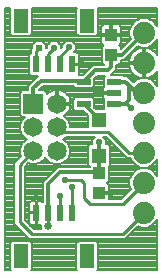
<source format=gtl>
G75*
%MOIN*%
%OFA0B0*%
%FSLAX25Y25*%
%IPPOS*%
%LPD*%
%AMOC8*
5,1,8,0,0,1.08239X$1,22.5*
%
%ADD10R,0.03937X0.04331*%
%ADD11R,0.04724X0.07874*%
%ADD12R,0.02362X0.05315*%
%ADD13R,0.06500X0.06500*%
%ADD14C,0.06500*%
%ADD15R,0.05118X0.05118*%
%ADD16R,0.04724X0.02165*%
%ADD17C,0.07400*%
%ADD18C,0.02200*%
%ADD19C,0.01000*%
%ADD20C,0.00800*%
%ADD21C,0.02378*%
%ADD22C,0.01200*%
%ADD23C,0.02500*%
D10*
X0212843Y0081654D03*
X0212843Y0088346D03*
X0216843Y0127654D03*
X0216843Y0134346D03*
D11*
X0208867Y0138937D03*
X0186820Y0138937D03*
X0186820Y0060531D03*
X0208867Y0060531D03*
D12*
X0203749Y0075000D03*
X0199812Y0075000D03*
X0195875Y0075000D03*
X0191938Y0075000D03*
X0191938Y0124469D03*
X0195875Y0124469D03*
X0199812Y0124469D03*
X0203749Y0124469D03*
D13*
X0190906Y0111374D03*
D14*
X0198780Y0111374D03*
X0198780Y0103500D03*
X0190906Y0103500D03*
X0190906Y0095626D03*
X0198780Y0095626D03*
D15*
X0212843Y0094094D03*
X0212843Y0105906D03*
D16*
X0207725Y0111260D03*
X0217962Y0111260D03*
X0217962Y0115000D03*
X0217962Y0118740D03*
X0207725Y0118740D03*
D17*
X0227843Y0115000D03*
X0227843Y0105000D03*
X0227843Y0095000D03*
X0227843Y0085000D03*
X0227843Y0075000D03*
X0227843Y0125000D03*
X0227843Y0135000D03*
D18*
X0202843Y0130126D03*
X0197843Y0130000D03*
X0211843Y0115000D03*
X0223343Y0110000D03*
X0212843Y0098500D03*
X0201343Y0086000D03*
X0203843Y0083500D03*
X0199843Y0080500D03*
X0191843Y0081500D03*
X0216843Y0081500D03*
D19*
X0209843Y0078000D02*
X0207843Y0080000D01*
X0207843Y0085000D01*
X0206843Y0086000D01*
X0201343Y0086000D01*
X0203843Y0083500D02*
X0203749Y0083406D01*
X0203749Y0075000D01*
X0199812Y0075000D02*
X0199812Y0080469D01*
X0199843Y0080500D01*
X0209843Y0078000D02*
X0220843Y0078000D01*
X0227843Y0085000D01*
X0212843Y0088346D02*
X0212690Y0088500D01*
X0222843Y0095000D02*
X0215843Y0102000D01*
X0200280Y0102000D01*
X0198780Y0103500D01*
X0207725Y0111260D02*
X0212843Y0106141D01*
X0212843Y0105906D01*
X0221583Y0111260D02*
X0222083Y0111260D01*
X0217962Y0115000D02*
X0211843Y0115000D01*
X0207725Y0118740D02*
X0207465Y0119000D01*
X0206843Y0124500D02*
X0203780Y0124500D01*
X0203749Y0124469D01*
X0199812Y0124469D02*
X0199812Y0127094D01*
X0202843Y0130126D01*
X0197843Y0130000D02*
X0195875Y0128031D01*
X0195875Y0124469D01*
X0191938Y0124469D02*
X0191938Y0129094D01*
X0192843Y0130000D01*
X0190906Y0095626D02*
X0186343Y0091063D01*
X0186343Y0072000D01*
X0190343Y0068000D01*
X0220843Y0068000D01*
X0227843Y0075000D01*
X0195875Y0075000D02*
X0195843Y0074969D01*
X0195843Y0070500D01*
X0222843Y0095000D02*
X0227843Y0095000D01*
D20*
X0181522Y0055899D02*
X0181522Y0143400D01*
X0183286Y0143400D01*
X0183257Y0143371D01*
X0183257Y0134503D01*
X0183960Y0133800D01*
X0189679Y0133800D01*
X0190382Y0134503D01*
X0190382Y0143371D01*
X0190353Y0143400D01*
X0205334Y0143400D01*
X0205305Y0143371D01*
X0205305Y0134503D01*
X0206008Y0133800D01*
X0211726Y0133800D01*
X0212429Y0134503D01*
X0212429Y0143371D01*
X0212400Y0143400D01*
X0232243Y0143400D01*
X0232243Y0137182D01*
X0231997Y0137776D01*
X0230619Y0139154D01*
X0228818Y0139900D01*
X0226869Y0139900D01*
X0225068Y0139154D01*
X0223689Y0137776D01*
X0222943Y0135975D01*
X0222943Y0134025D01*
X0223347Y0133050D01*
X0220012Y0129714D01*
X0220012Y0130316D01*
X0219415Y0130913D01*
X0219671Y0131061D01*
X0219932Y0131321D01*
X0220116Y0131641D01*
X0220212Y0131997D01*
X0220212Y0133946D01*
X0217243Y0133946D01*
X0217243Y0134746D01*
X0220212Y0134746D01*
X0220212Y0136696D01*
X0220116Y0137052D01*
X0219932Y0137371D01*
X0219671Y0137632D01*
X0219352Y0137816D01*
X0218996Y0137912D01*
X0217243Y0137912D01*
X0217243Y0134746D01*
X0216443Y0134746D01*
X0216443Y0133946D01*
X0213475Y0133946D01*
X0213475Y0131997D01*
X0213570Y0131641D01*
X0213755Y0131321D01*
X0214015Y0131061D01*
X0214272Y0130913D01*
X0213675Y0130316D01*
X0213675Y0124991D01*
X0214366Y0124300D01*
X0210739Y0124300D01*
X0209685Y0123246D01*
X0207462Y0121023D01*
X0206091Y0121023D01*
X0206234Y0121271D01*
X0206330Y0121627D01*
X0206330Y0124278D01*
X0203939Y0124278D01*
X0203939Y0124659D01*
X0206330Y0124659D01*
X0206330Y0127310D01*
X0206234Y0127666D01*
X0206050Y0127986D01*
X0205790Y0128246D01*
X0205470Y0128431D01*
X0205114Y0128526D01*
X0204496Y0128526D01*
X0205143Y0129173D01*
X0205143Y0131079D01*
X0203796Y0132426D01*
X0201891Y0132426D01*
X0200543Y0131079D01*
X0200543Y0130230D01*
X0200143Y0129830D01*
X0200143Y0130953D01*
X0198796Y0132300D01*
X0196891Y0132300D01*
X0195543Y0130953D01*
X0195543Y0130104D01*
X0195232Y0129793D01*
X0195232Y0130990D01*
X0193833Y0132389D01*
X0191854Y0132389D01*
X0190454Y0130990D01*
X0190454Y0130015D01*
X0190238Y0129799D01*
X0190238Y0128304D01*
X0189557Y0127623D01*
X0189557Y0121314D01*
X0190260Y0120611D01*
X0192409Y0120611D01*
X0191543Y0119746D01*
X0189106Y0117309D01*
X0189106Y0115824D01*
X0187159Y0115824D01*
X0186456Y0115121D01*
X0186456Y0107627D01*
X0187159Y0106924D01*
X0188037Y0106924D01*
X0187134Y0106021D01*
X0186456Y0104385D01*
X0186456Y0102615D01*
X0187134Y0100979D01*
X0188386Y0099727D01*
X0188783Y0099563D01*
X0188386Y0099398D01*
X0187134Y0098147D01*
X0186456Y0096511D01*
X0186456Y0094741D01*
X0186796Y0093920D01*
X0185639Y0092763D01*
X0184643Y0091767D01*
X0184643Y0071296D01*
X0185639Y0070300D01*
X0185639Y0070300D01*
X0189639Y0066300D01*
X0221547Y0066300D01*
X0222543Y0067296D01*
X0225793Y0070546D01*
X0226869Y0070100D01*
X0228818Y0070100D01*
X0230619Y0070846D01*
X0231997Y0072224D01*
X0232243Y0072818D01*
X0232243Y0055899D01*
X0212231Y0055899D01*
X0212429Y0056097D01*
X0212429Y0064966D01*
X0211726Y0065668D01*
X0206008Y0065668D01*
X0205305Y0064966D01*
X0205305Y0056097D01*
X0205503Y0055899D01*
X0190184Y0055899D01*
X0190382Y0056097D01*
X0190382Y0064966D01*
X0189679Y0065668D01*
X0183960Y0065668D01*
X0183257Y0064966D01*
X0183257Y0056097D01*
X0183456Y0055899D01*
X0181522Y0055899D01*
X0181522Y0056388D02*
X0183257Y0056388D01*
X0183257Y0057187D02*
X0181522Y0057187D01*
X0181522Y0057985D02*
X0183257Y0057985D01*
X0183257Y0058784D02*
X0181522Y0058784D01*
X0181522Y0059582D02*
X0183257Y0059582D01*
X0183257Y0060381D02*
X0181522Y0060381D01*
X0181522Y0061179D02*
X0183257Y0061179D01*
X0183257Y0061978D02*
X0181522Y0061978D01*
X0181522Y0062776D02*
X0183257Y0062776D01*
X0183257Y0063575D02*
X0181522Y0063575D01*
X0181522Y0064373D02*
X0183257Y0064373D01*
X0183464Y0065172D02*
X0181522Y0065172D01*
X0181522Y0065970D02*
X0232243Y0065970D01*
X0232243Y0065172D02*
X0212223Y0065172D01*
X0212429Y0064373D02*
X0232243Y0064373D01*
X0232243Y0063575D02*
X0212429Y0063575D01*
X0212429Y0062776D02*
X0232243Y0062776D01*
X0232243Y0061978D02*
X0212429Y0061978D01*
X0212429Y0061179D02*
X0232243Y0061179D01*
X0232243Y0060381D02*
X0212429Y0060381D01*
X0212429Y0059582D02*
X0232243Y0059582D01*
X0232243Y0058784D02*
X0212429Y0058784D01*
X0212429Y0057985D02*
X0232243Y0057985D01*
X0232243Y0057187D02*
X0212429Y0057187D01*
X0212429Y0056388D02*
X0232243Y0056388D01*
X0205305Y0056388D02*
X0190382Y0056388D01*
X0190382Y0057187D02*
X0205305Y0057187D01*
X0205305Y0057985D02*
X0190382Y0057985D01*
X0190382Y0058784D02*
X0205305Y0058784D01*
X0205305Y0059582D02*
X0190382Y0059582D01*
X0190382Y0060381D02*
X0205305Y0060381D01*
X0205305Y0061179D02*
X0190382Y0061179D01*
X0190382Y0061978D02*
X0205305Y0061978D01*
X0205305Y0062776D02*
X0190382Y0062776D01*
X0190382Y0063575D02*
X0205305Y0063575D01*
X0205305Y0064373D02*
X0190382Y0064373D01*
X0190176Y0065172D02*
X0205511Y0065172D01*
X0193523Y0069700D02*
X0191047Y0069700D01*
X0188043Y0072704D01*
X0188043Y0090359D01*
X0189200Y0091516D01*
X0190021Y0091176D01*
X0191791Y0091176D01*
X0193427Y0091853D01*
X0194679Y0093105D01*
X0194843Y0093502D01*
X0195008Y0093105D01*
X0196260Y0091853D01*
X0197895Y0091176D01*
X0199665Y0091176D01*
X0201301Y0091853D01*
X0202553Y0093105D01*
X0203230Y0094741D01*
X0203230Y0096511D01*
X0202553Y0098147D01*
X0201301Y0099398D01*
X0200904Y0099563D01*
X0201301Y0099727D01*
X0201874Y0100300D01*
X0211391Y0100300D01*
X0210543Y0099453D01*
X0210543Y0097854D01*
X0209787Y0097854D01*
X0209084Y0097151D01*
X0209084Y0091038D01*
X0209675Y0090448D01*
X0209675Y0090300D01*
X0199098Y0090300D01*
X0198043Y0089246D01*
X0194075Y0085277D01*
X0194075Y0078736D01*
X0194048Y0078709D01*
X0193979Y0078778D01*
X0193659Y0078962D01*
X0193303Y0079057D01*
X0192128Y0079057D01*
X0192128Y0075191D01*
X0191747Y0075191D01*
X0191747Y0079057D01*
X0190572Y0079057D01*
X0190216Y0078962D01*
X0189897Y0078778D01*
X0189636Y0078517D01*
X0189452Y0078198D01*
X0189357Y0077842D01*
X0189357Y0075191D01*
X0191747Y0075191D01*
X0191747Y0074809D01*
X0192128Y0074809D01*
X0192128Y0070943D01*
X0193303Y0070943D01*
X0193393Y0070967D01*
X0193393Y0070013D01*
X0193523Y0069700D01*
X0193414Y0069963D02*
X0190785Y0069963D01*
X0190572Y0070943D02*
X0191747Y0070943D01*
X0191747Y0074809D01*
X0189357Y0074809D01*
X0189357Y0072158D01*
X0189452Y0071802D01*
X0189636Y0071483D01*
X0189897Y0071222D01*
X0190216Y0071038D01*
X0190572Y0070943D01*
X0189986Y0070761D02*
X0193393Y0070761D01*
X0192128Y0071560D02*
X0191747Y0071560D01*
X0191747Y0072358D02*
X0192128Y0072358D01*
X0192128Y0073157D02*
X0191747Y0073157D01*
X0191747Y0073955D02*
X0192128Y0073955D01*
X0192128Y0074754D02*
X0191747Y0074754D01*
X0191747Y0075552D02*
X0192128Y0075552D01*
X0192128Y0076351D02*
X0191747Y0076351D01*
X0191747Y0077149D02*
X0192128Y0077149D01*
X0192128Y0077948D02*
X0191747Y0077948D01*
X0191747Y0078746D02*
X0192128Y0078746D01*
X0194010Y0078746D02*
X0194075Y0078746D01*
X0194075Y0079545D02*
X0188043Y0079545D01*
X0188043Y0080343D02*
X0194075Y0080343D01*
X0194075Y0081142D02*
X0188043Y0081142D01*
X0188043Y0081940D02*
X0194075Y0081940D01*
X0194075Y0082739D02*
X0188043Y0082739D01*
X0188043Y0083537D02*
X0194075Y0083537D01*
X0194075Y0084336D02*
X0188043Y0084336D01*
X0188043Y0085134D02*
X0194075Y0085134D01*
X0194731Y0085933D02*
X0188043Y0085933D01*
X0188043Y0086732D02*
X0195529Y0086732D01*
X0196328Y0087530D02*
X0188043Y0087530D01*
X0188043Y0088329D02*
X0197126Y0088329D01*
X0197925Y0089127D02*
X0188043Y0089127D01*
X0188043Y0089926D02*
X0198723Y0089926D01*
X0197058Y0091523D02*
X0192628Y0091523D01*
X0193895Y0092321D02*
X0195792Y0092321D01*
X0195002Y0093120D02*
X0194685Y0093120D01*
X0200502Y0091523D02*
X0209084Y0091523D01*
X0209084Y0092321D02*
X0201769Y0092321D01*
X0202559Y0093120D02*
X0209084Y0093120D01*
X0209084Y0093918D02*
X0202890Y0093918D01*
X0203220Y0094717D02*
X0209084Y0094717D01*
X0209084Y0095515D02*
X0203230Y0095515D01*
X0203230Y0096314D02*
X0209084Y0096314D01*
X0209084Y0097112D02*
X0202981Y0097112D01*
X0202651Y0097911D02*
X0210543Y0097911D01*
X0210543Y0098709D02*
X0201990Y0098709D01*
X0201037Y0099508D02*
X0210598Y0099508D01*
X0214296Y0100300D02*
X0215139Y0100300D01*
X0222139Y0093300D01*
X0223244Y0093300D01*
X0223689Y0092224D01*
X0225068Y0090846D01*
X0226869Y0090100D01*
X0228818Y0090100D01*
X0230619Y0090846D01*
X0231997Y0092224D01*
X0232243Y0092818D01*
X0232243Y0087182D01*
X0231997Y0087776D01*
X0230619Y0089154D01*
X0228818Y0089900D01*
X0226869Y0089900D01*
X0225068Y0089154D01*
X0223689Y0087776D01*
X0222943Y0085975D01*
X0222943Y0084025D01*
X0223389Y0082950D01*
X0220139Y0079700D01*
X0216212Y0079700D01*
X0216212Y0081254D01*
X0213243Y0081254D01*
X0213243Y0082054D01*
X0216212Y0082054D01*
X0216212Y0084003D01*
X0216116Y0084359D01*
X0215932Y0084679D01*
X0215671Y0084939D01*
X0215415Y0085087D01*
X0216012Y0085684D01*
X0216012Y0090448D01*
X0216602Y0091038D01*
X0216602Y0097151D01*
X0215899Y0097854D01*
X0215143Y0097854D01*
X0215143Y0099453D01*
X0214296Y0100300D01*
X0215088Y0099508D02*
X0215931Y0099508D01*
X0215143Y0098709D02*
X0216730Y0098709D01*
X0217528Y0097911D02*
X0215143Y0097911D01*
X0216602Y0097112D02*
X0218327Y0097112D01*
X0219125Y0096314D02*
X0216602Y0096314D01*
X0216602Y0095515D02*
X0219924Y0095515D01*
X0220723Y0094717D02*
X0216602Y0094717D01*
X0216602Y0093918D02*
X0221521Y0093918D01*
X0223318Y0093120D02*
X0216602Y0093120D01*
X0216602Y0092321D02*
X0223649Y0092321D01*
X0224391Y0091523D02*
X0216602Y0091523D01*
X0216288Y0090724D02*
X0225362Y0090724D01*
X0225041Y0089127D02*
X0216012Y0089127D01*
X0216012Y0088329D02*
X0224242Y0088329D01*
X0223588Y0087530D02*
X0216012Y0087530D01*
X0216012Y0086732D02*
X0223257Y0086732D01*
X0222943Y0085933D02*
X0216012Y0085933D01*
X0215462Y0085134D02*
X0222943Y0085134D01*
X0222943Y0084336D02*
X0216123Y0084336D01*
X0216212Y0083537D02*
X0223145Y0083537D01*
X0223178Y0082739D02*
X0216212Y0082739D01*
X0216212Y0081142D02*
X0221581Y0081142D01*
X0220783Y0080343D02*
X0216212Y0080343D01*
X0213243Y0081940D02*
X0222380Y0081940D01*
X0231444Y0088329D02*
X0232243Y0088329D01*
X0232243Y0089127D02*
X0230646Y0089127D01*
X0230325Y0090724D02*
X0232243Y0090724D01*
X0232243Y0089926D02*
X0216012Y0089926D01*
X0209399Y0090724D02*
X0188409Y0090724D01*
X0185996Y0093120D02*
X0181522Y0093120D01*
X0181522Y0093918D02*
X0186794Y0093918D01*
X0186466Y0094717D02*
X0181522Y0094717D01*
X0181522Y0095515D02*
X0186456Y0095515D01*
X0186456Y0096314D02*
X0181522Y0096314D01*
X0181522Y0097112D02*
X0186705Y0097112D01*
X0187036Y0097911D02*
X0181522Y0097911D01*
X0181522Y0098709D02*
X0187696Y0098709D01*
X0188649Y0099508D02*
X0181522Y0099508D01*
X0181522Y0100306D02*
X0187807Y0100306D01*
X0187082Y0101105D02*
X0181522Y0101105D01*
X0181522Y0101903D02*
X0186751Y0101903D01*
X0186456Y0102702D02*
X0181522Y0102702D01*
X0181522Y0103500D02*
X0186456Y0103500D01*
X0186456Y0104299D02*
X0181522Y0104299D01*
X0181522Y0105097D02*
X0186751Y0105097D01*
X0187082Y0105896D02*
X0181522Y0105896D01*
X0181522Y0106694D02*
X0187807Y0106694D01*
X0186590Y0107493D02*
X0181522Y0107493D01*
X0181522Y0108291D02*
X0186456Y0108291D01*
X0186456Y0109090D02*
X0181522Y0109090D01*
X0181522Y0109888D02*
X0186456Y0109888D01*
X0186456Y0110687D02*
X0181522Y0110687D01*
X0181522Y0111485D02*
X0186456Y0111485D01*
X0186456Y0112284D02*
X0181522Y0112284D01*
X0181522Y0113082D02*
X0186456Y0113082D01*
X0186456Y0113881D02*
X0181522Y0113881D01*
X0181522Y0114679D02*
X0186456Y0114679D01*
X0186813Y0115478D02*
X0181522Y0115478D01*
X0181522Y0116276D02*
X0189106Y0116276D01*
X0189106Y0117075D02*
X0181522Y0117075D01*
X0181522Y0117873D02*
X0189671Y0117873D01*
X0190470Y0118672D02*
X0181522Y0118672D01*
X0181522Y0119470D02*
X0191268Y0119470D01*
X0192067Y0120269D02*
X0181522Y0120269D01*
X0181522Y0121068D02*
X0189803Y0121068D01*
X0189557Y0121866D02*
X0181522Y0121866D01*
X0181522Y0122665D02*
X0189557Y0122665D01*
X0189557Y0123463D02*
X0181522Y0123463D01*
X0181522Y0124262D02*
X0189557Y0124262D01*
X0189557Y0125060D02*
X0181522Y0125060D01*
X0181522Y0125859D02*
X0189557Y0125859D01*
X0189557Y0126657D02*
X0181522Y0126657D01*
X0181522Y0127456D02*
X0189557Y0127456D01*
X0190188Y0128254D02*
X0181522Y0128254D01*
X0181522Y0129053D02*
X0190238Y0129053D01*
X0190290Y0129851D02*
X0181522Y0129851D01*
X0181522Y0130650D02*
X0190454Y0130650D01*
X0190913Y0131448D02*
X0181522Y0131448D01*
X0181522Y0132247D02*
X0191711Y0132247D01*
X0193975Y0132247D02*
X0196837Y0132247D01*
X0196039Y0131448D02*
X0194774Y0131448D01*
X0195232Y0130650D02*
X0195543Y0130650D01*
X0195290Y0129851D02*
X0195232Y0129851D01*
X0199648Y0131448D02*
X0200913Y0131448D01*
X0200543Y0130650D02*
X0200143Y0130650D01*
X0200143Y0129851D02*
X0200164Y0129851D01*
X0204774Y0131448D02*
X0213681Y0131448D01*
X0213475Y0132247D02*
X0203975Y0132247D01*
X0205143Y0130650D02*
X0214009Y0130650D01*
X0213675Y0129851D02*
X0205143Y0129851D01*
X0205023Y0129053D02*
X0213675Y0129053D01*
X0213675Y0128254D02*
X0205776Y0128254D01*
X0206291Y0127456D02*
X0213675Y0127456D01*
X0213675Y0126657D02*
X0206330Y0126657D01*
X0206330Y0125859D02*
X0213675Y0125859D01*
X0213675Y0125060D02*
X0206330Y0125060D01*
X0206330Y0124262D02*
X0210701Y0124262D01*
X0209902Y0123463D02*
X0206330Y0123463D01*
X0206330Y0122665D02*
X0209104Y0122665D01*
X0208305Y0121866D02*
X0206330Y0121866D01*
X0206117Y0121068D02*
X0207507Y0121068D01*
X0211287Y0119757D02*
X0212230Y0120700D01*
X0214780Y0120700D01*
X0214400Y0120320D01*
X0214400Y0117160D01*
X0214549Y0117011D01*
X0214479Y0116942D01*
X0214295Y0116623D01*
X0214200Y0116267D01*
X0214200Y0115141D01*
X0217820Y0115141D01*
X0217820Y0114859D01*
X0214200Y0114859D01*
X0214200Y0113733D01*
X0214295Y0113377D01*
X0214479Y0113058D01*
X0214549Y0112988D01*
X0214400Y0112840D01*
X0214400Y0109680D01*
X0214415Y0109665D01*
X0211724Y0109665D01*
X0211287Y0110102D01*
X0211287Y0112840D01*
X0210584Y0113543D01*
X0204866Y0113543D01*
X0204163Y0112840D01*
X0204163Y0109680D01*
X0204866Y0108977D01*
X0207603Y0108977D01*
X0209084Y0107496D01*
X0209084Y0103700D01*
X0203230Y0103700D01*
X0203230Y0104385D01*
X0202553Y0106021D01*
X0201301Y0107273D01*
X0201120Y0107347D01*
X0201217Y0107397D01*
X0201810Y0107827D01*
X0202327Y0108345D01*
X0202757Y0108937D01*
X0203090Y0109589D01*
X0203316Y0110285D01*
X0203425Y0110974D01*
X0199180Y0110974D01*
X0199180Y0111774D01*
X0198380Y0111774D01*
X0198380Y0116019D01*
X0197691Y0115910D01*
X0196995Y0115683D01*
X0196343Y0115351D01*
X0195751Y0114921D01*
X0195356Y0114526D01*
X0195356Y0115121D01*
X0194653Y0115824D01*
X0192713Y0115824D01*
X0194089Y0117200D01*
X0204163Y0117200D01*
X0204163Y0117160D01*
X0204866Y0116457D01*
X0210584Y0116457D01*
X0211287Y0117160D01*
X0211287Y0119757D01*
X0211287Y0119470D02*
X0214400Y0119470D01*
X0214400Y0118672D02*
X0211287Y0118672D01*
X0211287Y0117873D02*
X0214400Y0117873D01*
X0214485Y0117075D02*
X0211202Y0117075D01*
X0214202Y0116276D02*
X0193165Y0116276D01*
X0193964Y0117075D02*
X0204248Y0117075D01*
X0201217Y0115351D02*
X0200565Y0115683D01*
X0199869Y0115910D01*
X0199180Y0116019D01*
X0199180Y0111774D01*
X0203425Y0111774D01*
X0203316Y0112463D01*
X0203090Y0113159D01*
X0202757Y0113811D01*
X0202327Y0114403D01*
X0201810Y0114921D01*
X0201217Y0115351D01*
X0200968Y0115478D02*
X0214200Y0115478D01*
X0214200Y0114679D02*
X0202051Y0114679D01*
X0202707Y0113881D02*
X0214200Y0113881D01*
X0214465Y0113082D02*
X0211044Y0113082D01*
X0211287Y0112284D02*
X0214400Y0112284D01*
X0214400Y0111485D02*
X0211287Y0111485D01*
X0211287Y0110687D02*
X0214400Y0110687D01*
X0214400Y0109888D02*
X0211500Y0109888D01*
X0208289Y0108291D02*
X0202274Y0108291D01*
X0202835Y0109090D02*
X0204753Y0109090D01*
X0204163Y0109888D02*
X0203187Y0109888D01*
X0203379Y0110687D02*
X0204163Y0110687D01*
X0204163Y0111485D02*
X0199180Y0111485D01*
X0199180Y0112284D02*
X0198380Y0112284D01*
X0198380Y0113082D02*
X0199180Y0113082D01*
X0199180Y0113881D02*
X0198380Y0113881D01*
X0198380Y0114679D02*
X0199180Y0114679D01*
X0199180Y0115478D02*
X0198380Y0115478D01*
X0196592Y0115478D02*
X0194999Y0115478D01*
X0195356Y0114679D02*
X0195510Y0114679D01*
X0203115Y0113082D02*
X0204405Y0113082D01*
X0204163Y0112284D02*
X0203344Y0112284D01*
X0201349Y0107493D02*
X0209084Y0107493D01*
X0209084Y0106694D02*
X0201879Y0106694D01*
X0202605Y0105896D02*
X0209084Y0105896D01*
X0209084Y0105097D02*
X0202935Y0105097D01*
X0203230Y0104299D02*
X0209084Y0104299D01*
X0232037Y0092321D02*
X0232243Y0092321D01*
X0232243Y0091523D02*
X0231296Y0091523D01*
X0232099Y0087530D02*
X0232243Y0087530D01*
X0189866Y0078746D02*
X0188043Y0078746D01*
X0188043Y0077948D02*
X0189385Y0077948D01*
X0189357Y0077149D02*
X0188043Y0077149D01*
X0188043Y0076351D02*
X0189357Y0076351D01*
X0189357Y0075552D02*
X0188043Y0075552D01*
X0188043Y0074754D02*
X0189357Y0074754D01*
X0189357Y0073955D02*
X0188043Y0073955D01*
X0188043Y0073157D02*
X0189357Y0073157D01*
X0189357Y0072358D02*
X0188389Y0072358D01*
X0189188Y0071560D02*
X0189592Y0071560D01*
X0185976Y0069963D02*
X0181522Y0069963D01*
X0181522Y0070761D02*
X0185178Y0070761D01*
X0184643Y0071560D02*
X0181522Y0071560D01*
X0181522Y0072358D02*
X0184643Y0072358D01*
X0184643Y0073157D02*
X0181522Y0073157D01*
X0181522Y0073955D02*
X0184643Y0073955D01*
X0184643Y0074754D02*
X0181522Y0074754D01*
X0181522Y0075552D02*
X0184643Y0075552D01*
X0184643Y0076351D02*
X0181522Y0076351D01*
X0181522Y0077149D02*
X0184643Y0077149D01*
X0184643Y0077948D02*
X0181522Y0077948D01*
X0181522Y0078746D02*
X0184643Y0078746D01*
X0184643Y0079545D02*
X0181522Y0079545D01*
X0181522Y0080343D02*
X0184643Y0080343D01*
X0184643Y0081142D02*
X0181522Y0081142D01*
X0181522Y0081940D02*
X0184643Y0081940D01*
X0184643Y0082739D02*
X0181522Y0082739D01*
X0181522Y0083537D02*
X0184643Y0083537D01*
X0184643Y0084336D02*
X0181522Y0084336D01*
X0181522Y0085134D02*
X0184643Y0085134D01*
X0184643Y0085933D02*
X0181522Y0085933D01*
X0181522Y0086732D02*
X0184643Y0086732D01*
X0184643Y0087530D02*
X0181522Y0087530D01*
X0181522Y0088329D02*
X0184643Y0088329D01*
X0184643Y0089127D02*
X0181522Y0089127D01*
X0181522Y0089926D02*
X0184643Y0089926D01*
X0184643Y0090724D02*
X0181522Y0090724D01*
X0181522Y0091523D02*
X0184643Y0091523D01*
X0185197Y0092321D02*
X0181522Y0092321D01*
X0231333Y0071560D02*
X0232243Y0071560D01*
X0232243Y0072358D02*
X0232053Y0072358D01*
X0232243Y0070761D02*
X0230414Y0070761D01*
X0232243Y0069963D02*
X0225210Y0069963D01*
X0224412Y0069164D02*
X0232243Y0069164D01*
X0232243Y0068366D02*
X0223613Y0068366D01*
X0222815Y0067567D02*
X0232243Y0067567D01*
X0232243Y0066769D02*
X0222016Y0066769D01*
X0222543Y0067296D02*
X0222543Y0067296D01*
X0189170Y0066769D02*
X0181522Y0066769D01*
X0181522Y0067567D02*
X0188372Y0067567D01*
X0187573Y0068366D02*
X0181522Y0068366D01*
X0181522Y0069164D02*
X0186775Y0069164D01*
X0224391Y0118478D02*
X0223589Y0119280D01*
X0222329Y0120540D01*
X0221304Y0120540D01*
X0220821Y0121023D01*
X0216912Y0121023D01*
X0217589Y0121700D01*
X0218643Y0122754D01*
X0218643Y0124288D01*
X0219309Y0124288D01*
X0220012Y0124991D01*
X0220012Y0125854D01*
X0221242Y0125854D01*
X0222297Y0126908D01*
X0225893Y0130504D01*
X0226869Y0130100D01*
X0228818Y0130100D01*
X0230619Y0130846D01*
X0231997Y0132224D01*
X0232243Y0132818D01*
X0232243Y0127598D01*
X0232205Y0127673D01*
X0231733Y0128322D01*
X0231166Y0128890D01*
X0230516Y0129362D01*
X0229801Y0129726D01*
X0229038Y0129974D01*
X0228245Y0130100D01*
X0228243Y0130100D01*
X0228243Y0125400D01*
X0227443Y0125400D01*
X0227443Y0124600D01*
X0222743Y0124600D01*
X0222743Y0124599D01*
X0222869Y0123806D01*
X0223117Y0123042D01*
X0223481Y0122327D01*
X0223953Y0121678D01*
X0224521Y0121110D01*
X0225170Y0120638D01*
X0225886Y0120274D01*
X0226649Y0120026D01*
X0227442Y0119900D01*
X0227443Y0119900D01*
X0227443Y0124600D01*
X0228243Y0124600D01*
X0228243Y0119900D01*
X0228245Y0119900D01*
X0229038Y0120026D01*
X0229801Y0120274D01*
X0230516Y0120638D01*
X0231166Y0121110D01*
X0231733Y0121678D01*
X0232205Y0122327D01*
X0232243Y0122402D01*
X0232243Y0117182D01*
X0231997Y0117776D01*
X0230619Y0119154D01*
X0228818Y0119900D01*
X0226869Y0119900D01*
X0225068Y0119154D01*
X0224391Y0118478D01*
X0224197Y0118672D02*
X0224586Y0118672D01*
X0223399Y0119470D02*
X0225832Y0119470D01*
X0225900Y0120269D02*
X0222600Y0120269D01*
X0223816Y0121866D02*
X0217755Y0121866D01*
X0218553Y0122665D02*
X0223309Y0122665D01*
X0222980Y0123463D02*
X0218643Y0123463D01*
X0218643Y0124262D02*
X0222797Y0124262D01*
X0222743Y0125400D02*
X0227443Y0125400D01*
X0227443Y0130100D01*
X0227442Y0130100D01*
X0226649Y0129974D01*
X0225886Y0129726D01*
X0225170Y0129362D01*
X0224521Y0128890D01*
X0223953Y0128322D01*
X0223481Y0127673D01*
X0223117Y0126958D01*
X0222869Y0126194D01*
X0222743Y0125401D01*
X0222743Y0125400D01*
X0222816Y0125859D02*
X0221247Y0125859D01*
X0222046Y0126657D02*
X0223019Y0126657D01*
X0222844Y0127456D02*
X0223371Y0127456D01*
X0223643Y0128254D02*
X0223904Y0128254D01*
X0224441Y0129053D02*
X0224745Y0129053D01*
X0225240Y0129851D02*
X0226270Y0129851D01*
X0227443Y0129851D02*
X0228243Y0129851D01*
X0228243Y0129053D02*
X0227443Y0129053D01*
X0227443Y0128254D02*
X0228243Y0128254D01*
X0228243Y0127456D02*
X0227443Y0127456D01*
X0227443Y0126657D02*
X0228243Y0126657D01*
X0228243Y0125859D02*
X0227443Y0125859D01*
X0227443Y0125060D02*
X0220012Y0125060D01*
X0227443Y0124262D02*
X0228243Y0124262D01*
X0228243Y0123463D02*
X0227443Y0123463D01*
X0227443Y0122665D02*
X0228243Y0122665D01*
X0228243Y0121866D02*
X0227443Y0121866D01*
X0227443Y0121068D02*
X0228243Y0121068D01*
X0228243Y0120269D02*
X0227443Y0120269D01*
X0229787Y0120269D02*
X0232243Y0120269D01*
X0232243Y0121068D02*
X0231107Y0121068D01*
X0231870Y0121866D02*
X0232243Y0121866D01*
X0232243Y0119470D02*
X0229855Y0119470D01*
X0231101Y0118672D02*
X0232243Y0118672D01*
X0232243Y0117873D02*
X0231899Y0117873D01*
X0224579Y0121068D02*
X0216956Y0121068D01*
X0214400Y0120269D02*
X0211799Y0120269D01*
X0231783Y0128254D02*
X0232243Y0128254D01*
X0232243Y0129053D02*
X0230942Y0129053D01*
X0232243Y0129851D02*
X0229417Y0129851D01*
X0230145Y0130650D02*
X0232243Y0130650D01*
X0232243Y0131448D02*
X0231221Y0131448D01*
X0232007Y0132247D02*
X0232243Y0132247D01*
X0223343Y0133045D02*
X0220212Y0133045D01*
X0220212Y0132247D02*
X0222544Y0132247D01*
X0221746Y0131448D02*
X0220005Y0131448D01*
X0219678Y0130650D02*
X0220947Y0130650D01*
X0220149Y0129851D02*
X0220012Y0129851D01*
X0213475Y0133045D02*
X0181522Y0133045D01*
X0181522Y0133844D02*
X0183917Y0133844D01*
X0183257Y0134642D02*
X0181522Y0134642D01*
X0181522Y0135441D02*
X0183257Y0135441D01*
X0183257Y0136239D02*
X0181522Y0136239D01*
X0181522Y0137038D02*
X0183257Y0137038D01*
X0183257Y0137836D02*
X0181522Y0137836D01*
X0181522Y0138635D02*
X0183257Y0138635D01*
X0183257Y0139433D02*
X0181522Y0139433D01*
X0181522Y0140232D02*
X0183257Y0140232D01*
X0183257Y0141030D02*
X0181522Y0141030D01*
X0181522Y0141829D02*
X0183257Y0141829D01*
X0183257Y0142627D02*
X0181522Y0142627D01*
X0190382Y0142627D02*
X0205305Y0142627D01*
X0205305Y0141829D02*
X0190382Y0141829D01*
X0190382Y0141030D02*
X0205305Y0141030D01*
X0205305Y0140232D02*
X0190382Y0140232D01*
X0190382Y0139433D02*
X0205305Y0139433D01*
X0205305Y0138635D02*
X0190382Y0138635D01*
X0190382Y0137836D02*
X0205305Y0137836D01*
X0205305Y0137038D02*
X0190382Y0137038D01*
X0190382Y0136239D02*
X0205305Y0136239D01*
X0205305Y0135441D02*
X0190382Y0135441D01*
X0190382Y0134642D02*
X0205305Y0134642D01*
X0205964Y0133844D02*
X0189723Y0133844D01*
X0198849Y0132247D02*
X0201711Y0132247D01*
X0211770Y0133844D02*
X0213475Y0133844D01*
X0213475Y0134746D02*
X0216443Y0134746D01*
X0216443Y0137912D01*
X0214690Y0137912D01*
X0214334Y0137816D01*
X0214015Y0137632D01*
X0213755Y0137371D01*
X0213570Y0137052D01*
X0213475Y0136696D01*
X0213475Y0134746D01*
X0213475Y0135441D02*
X0212429Y0135441D01*
X0212429Y0136239D02*
X0213475Y0136239D01*
X0213566Y0137038D02*
X0212429Y0137038D01*
X0212429Y0137836D02*
X0214409Y0137836D01*
X0216443Y0137836D02*
X0217243Y0137836D01*
X0217243Y0137038D02*
X0216443Y0137038D01*
X0216443Y0136239D02*
X0217243Y0136239D01*
X0217243Y0135441D02*
X0216443Y0135441D01*
X0216443Y0134642D02*
X0212429Y0134642D01*
X0217243Y0134642D02*
X0222943Y0134642D01*
X0222943Y0135441D02*
X0220212Y0135441D01*
X0220212Y0136239D02*
X0223053Y0136239D01*
X0223384Y0137038D02*
X0220120Y0137038D01*
X0219278Y0137836D02*
X0223750Y0137836D01*
X0224548Y0138635D02*
X0212429Y0138635D01*
X0212429Y0139433D02*
X0225742Y0139433D01*
X0229945Y0139433D02*
X0232243Y0139433D01*
X0232243Y0138635D02*
X0231138Y0138635D01*
X0231937Y0137836D02*
X0232243Y0137836D01*
X0232243Y0140232D02*
X0212429Y0140232D01*
X0212429Y0141030D02*
X0232243Y0141030D01*
X0232243Y0141829D02*
X0212429Y0141829D01*
X0212429Y0142627D02*
X0232243Y0142627D01*
X0223019Y0133844D02*
X0220212Y0133844D01*
D21*
X0206843Y0124500D03*
X0192843Y0130000D03*
D22*
X0207725Y0118740D02*
X0211485Y0122500D01*
X0215843Y0122500D01*
X0216843Y0123500D01*
X0216843Y0127654D01*
X0220497Y0127654D01*
X0227843Y0135000D01*
X0221583Y0118740D02*
X0217962Y0118740D01*
X0221583Y0118740D02*
X0222843Y0117480D01*
X0225324Y0115000D01*
X0227843Y0115000D01*
X0222843Y0117480D02*
X0222843Y0112520D01*
X0221583Y0111260D01*
X0217962Y0111260D01*
X0222083Y0111260D02*
X0223343Y0110000D01*
X0207465Y0119000D02*
X0193343Y0119000D01*
X0190906Y0116563D01*
X0190906Y0111374D01*
X0212843Y0098500D02*
X0212843Y0094094D01*
X0212843Y0088346D01*
X0212690Y0088500D02*
X0199843Y0088500D01*
X0195875Y0084531D01*
X0195875Y0075000D01*
D23*
X0195843Y0070500D03*
M02*

</source>
